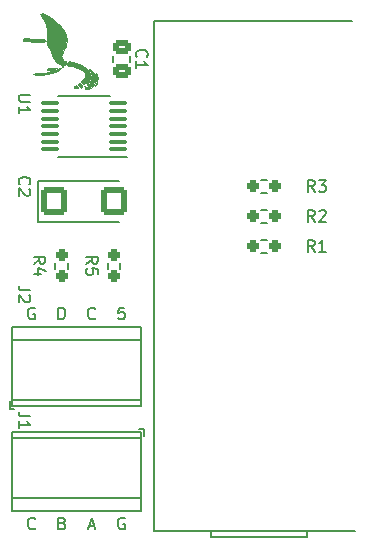
<source format=gto>
G04 #@! TF.GenerationSoftware,KiCad,Pcbnew,7.0.2*
G04 #@! TF.CreationDate,2023-04-27T12:09:37-07:00*
G04 #@! TF.ProjectId,Flamingo Nano 33 BLE Rev 2,466c616d-696e-4676-9f20-4e616e6f2033,rev?*
G04 #@! TF.SameCoordinates,Original*
G04 #@! TF.FileFunction,Legend,Top*
G04 #@! TF.FilePolarity,Positive*
%FSLAX46Y46*%
G04 Gerber Fmt 4.6, Leading zero omitted, Abs format (unit mm)*
G04 Created by KiCad (PCBNEW 7.0.2) date 2023-04-27 12:09:37*
%MOMM*%
%LPD*%
G01*
G04 APERTURE LIST*
G04 Aperture macros list*
%AMRoundRect*
0 Rectangle with rounded corners*
0 $1 Rounding radius*
0 $2 $3 $4 $5 $6 $7 $8 $9 X,Y pos of 4 corners*
0 Add a 4 corners polygon primitive as box body*
4,1,4,$2,$3,$4,$5,$6,$7,$8,$9,$2,$3,0*
0 Add four circle primitives for the rounded corners*
1,1,$1+$1,$2,$3*
1,1,$1+$1,$4,$5*
1,1,$1+$1,$6,$7*
1,1,$1+$1,$8,$9*
0 Add four rect primitives between the rounded corners*
20,1,$1+$1,$2,$3,$4,$5,0*
20,1,$1+$1,$4,$5,$6,$7,0*
20,1,$1+$1,$6,$7,$8,$9,0*
20,1,$1+$1,$8,$9,$2,$3,0*%
G04 Aperture macros list end*
%ADD10C,0.153000*%
%ADD11C,0.010000*%
%ADD12C,0.150000*%
%ADD13RoundRect,0.237500X0.250000X0.237500X-0.250000X0.237500X-0.250000X-0.237500X0.250000X-0.237500X0*%
%ADD14RoundRect,0.237500X-0.237500X0.250000X-0.237500X-0.250000X0.237500X-0.250000X0.237500X0.250000X0*%
%ADD15RoundRect,0.250000X-0.875000X-0.925000X0.875000X-0.925000X0.875000X0.925000X-0.875000X0.925000X0*%
%ADD16R,2.100000X2.100000*%
%ADD17C,2.100000*%
%ADD18C,1.727200*%
%ADD19R,1.727200X1.727200*%
%ADD20RoundRect,0.250000X-0.475000X0.337500X-0.475000X-0.337500X0.475000X-0.337500X0.475000X0.337500X0*%
%ADD21RoundRect,0.100000X0.637500X0.100000X-0.637500X0.100000X-0.637500X-0.100000X0.637500X-0.100000X0*%
G04 APERTURE END LIST*
D10*
G04 #@! TO.C,R3*
X105878333Y-67772619D02*
X105545000Y-67296428D01*
X105306905Y-67772619D02*
X105306905Y-66772619D01*
X105306905Y-66772619D02*
X105687857Y-66772619D01*
X105687857Y-66772619D02*
X105783095Y-66820238D01*
X105783095Y-66820238D02*
X105830714Y-66867857D01*
X105830714Y-66867857D02*
X105878333Y-66963095D01*
X105878333Y-66963095D02*
X105878333Y-67105952D01*
X105878333Y-67105952D02*
X105830714Y-67201190D01*
X105830714Y-67201190D02*
X105783095Y-67248809D01*
X105783095Y-67248809D02*
X105687857Y-67296428D01*
X105687857Y-67296428D02*
X105306905Y-67296428D01*
X106211667Y-66772619D02*
X106830714Y-66772619D01*
X106830714Y-66772619D02*
X106497381Y-67153571D01*
X106497381Y-67153571D02*
X106640238Y-67153571D01*
X106640238Y-67153571D02*
X106735476Y-67201190D01*
X106735476Y-67201190D02*
X106783095Y-67248809D01*
X106783095Y-67248809D02*
X106830714Y-67344047D01*
X106830714Y-67344047D02*
X106830714Y-67582142D01*
X106830714Y-67582142D02*
X106783095Y-67677380D01*
X106783095Y-67677380D02*
X106735476Y-67725000D01*
X106735476Y-67725000D02*
X106640238Y-67772619D01*
X106640238Y-67772619D02*
X106354524Y-67772619D01*
X106354524Y-67772619D02*
X106259286Y-67725000D01*
X106259286Y-67725000D02*
X106211667Y-67677380D01*
G04 #@! TO.C,R4*
X82087380Y-73850833D02*
X82563571Y-73517500D01*
X82087380Y-73279405D02*
X83087380Y-73279405D01*
X83087380Y-73279405D02*
X83087380Y-73660357D01*
X83087380Y-73660357D02*
X83039761Y-73755595D01*
X83039761Y-73755595D02*
X82992142Y-73803214D01*
X82992142Y-73803214D02*
X82896904Y-73850833D01*
X82896904Y-73850833D02*
X82754047Y-73850833D01*
X82754047Y-73850833D02*
X82658809Y-73803214D01*
X82658809Y-73803214D02*
X82611190Y-73755595D01*
X82611190Y-73755595D02*
X82563571Y-73660357D01*
X82563571Y-73660357D02*
X82563571Y-73279405D01*
X82754047Y-74707976D02*
X82087380Y-74707976D01*
X83135000Y-74469881D02*
X82420714Y-74231786D01*
X82420714Y-74231786D02*
X82420714Y-74850833D01*
G04 #@! TO.C,C2*
X80912619Y-67143333D02*
X80865000Y-67095714D01*
X80865000Y-67095714D02*
X80817380Y-66952857D01*
X80817380Y-66952857D02*
X80817380Y-66857619D01*
X80817380Y-66857619D02*
X80865000Y-66714762D01*
X80865000Y-66714762D02*
X80960238Y-66619524D01*
X80960238Y-66619524D02*
X81055476Y-66571905D01*
X81055476Y-66571905D02*
X81245952Y-66524286D01*
X81245952Y-66524286D02*
X81388809Y-66524286D01*
X81388809Y-66524286D02*
X81579285Y-66571905D01*
X81579285Y-66571905D02*
X81674523Y-66619524D01*
X81674523Y-66619524D02*
X81769761Y-66714762D01*
X81769761Y-66714762D02*
X81817380Y-66857619D01*
X81817380Y-66857619D02*
X81817380Y-66952857D01*
X81817380Y-66952857D02*
X81769761Y-67095714D01*
X81769761Y-67095714D02*
X81722142Y-67143333D01*
X81722142Y-67524286D02*
X81769761Y-67571905D01*
X81769761Y-67571905D02*
X81817380Y-67667143D01*
X81817380Y-67667143D02*
X81817380Y-67905238D01*
X81817380Y-67905238D02*
X81769761Y-68000476D01*
X81769761Y-68000476D02*
X81722142Y-68048095D01*
X81722142Y-68048095D02*
X81626904Y-68095714D01*
X81626904Y-68095714D02*
X81531666Y-68095714D01*
X81531666Y-68095714D02*
X81388809Y-68048095D01*
X81388809Y-68048095D02*
X80817380Y-67476667D01*
X80817380Y-67476667D02*
X80817380Y-68095714D01*
G04 #@! TO.C,R5*
X86532380Y-73850833D02*
X87008571Y-73517500D01*
X86532380Y-73279405D02*
X87532380Y-73279405D01*
X87532380Y-73279405D02*
X87532380Y-73660357D01*
X87532380Y-73660357D02*
X87484761Y-73755595D01*
X87484761Y-73755595D02*
X87437142Y-73803214D01*
X87437142Y-73803214D02*
X87341904Y-73850833D01*
X87341904Y-73850833D02*
X87199047Y-73850833D01*
X87199047Y-73850833D02*
X87103809Y-73803214D01*
X87103809Y-73803214D02*
X87056190Y-73755595D01*
X87056190Y-73755595D02*
X87008571Y-73660357D01*
X87008571Y-73660357D02*
X87008571Y-73279405D01*
X87532380Y-74755595D02*
X87532380Y-74279405D01*
X87532380Y-74279405D02*
X87056190Y-74231786D01*
X87056190Y-74231786D02*
X87103809Y-74279405D01*
X87103809Y-74279405D02*
X87151428Y-74374643D01*
X87151428Y-74374643D02*
X87151428Y-74612738D01*
X87151428Y-74612738D02*
X87103809Y-74707976D01*
X87103809Y-74707976D02*
X87056190Y-74755595D01*
X87056190Y-74755595D02*
X86960952Y-74803214D01*
X86960952Y-74803214D02*
X86722857Y-74803214D01*
X86722857Y-74803214D02*
X86627619Y-74755595D01*
X86627619Y-74755595D02*
X86580000Y-74707976D01*
X86580000Y-74707976D02*
X86532380Y-74612738D01*
X86532380Y-74612738D02*
X86532380Y-74374643D01*
X86532380Y-74374643D02*
X86580000Y-74279405D01*
X86580000Y-74279405D02*
X86627619Y-74231786D01*
G04 #@! TO.C,R2*
X105878333Y-70312619D02*
X105545000Y-69836428D01*
X105306905Y-70312619D02*
X105306905Y-69312619D01*
X105306905Y-69312619D02*
X105687857Y-69312619D01*
X105687857Y-69312619D02*
X105783095Y-69360238D01*
X105783095Y-69360238D02*
X105830714Y-69407857D01*
X105830714Y-69407857D02*
X105878333Y-69503095D01*
X105878333Y-69503095D02*
X105878333Y-69645952D01*
X105878333Y-69645952D02*
X105830714Y-69741190D01*
X105830714Y-69741190D02*
X105783095Y-69788809D01*
X105783095Y-69788809D02*
X105687857Y-69836428D01*
X105687857Y-69836428D02*
X105306905Y-69836428D01*
X106259286Y-69407857D02*
X106306905Y-69360238D01*
X106306905Y-69360238D02*
X106402143Y-69312619D01*
X106402143Y-69312619D02*
X106640238Y-69312619D01*
X106640238Y-69312619D02*
X106735476Y-69360238D01*
X106735476Y-69360238D02*
X106783095Y-69407857D01*
X106783095Y-69407857D02*
X106830714Y-69503095D01*
X106830714Y-69503095D02*
X106830714Y-69598333D01*
X106830714Y-69598333D02*
X106783095Y-69741190D01*
X106783095Y-69741190D02*
X106211667Y-70312619D01*
X106211667Y-70312619D02*
X106830714Y-70312619D01*
G04 #@! TO.C,J2*
X81817380Y-76120666D02*
X81103095Y-76120666D01*
X81103095Y-76120666D02*
X80960238Y-76073047D01*
X80960238Y-76073047D02*
X80865000Y-75977809D01*
X80865000Y-75977809D02*
X80817380Y-75834952D01*
X80817380Y-75834952D02*
X80817380Y-75739714D01*
X81722142Y-76549238D02*
X81769761Y-76596857D01*
X81769761Y-76596857D02*
X81817380Y-76692095D01*
X81817380Y-76692095D02*
X81817380Y-76930190D01*
X81817380Y-76930190D02*
X81769761Y-77025428D01*
X81769761Y-77025428D02*
X81722142Y-77073047D01*
X81722142Y-77073047D02*
X81626904Y-77120666D01*
X81626904Y-77120666D02*
X81531666Y-77120666D01*
X81531666Y-77120666D02*
X81388809Y-77073047D01*
X81388809Y-77073047D02*
X80817380Y-76501619D01*
X80817380Y-76501619D02*
X80817380Y-77120666D01*
X82176904Y-77615238D02*
X82081666Y-77567619D01*
X82081666Y-77567619D02*
X81938809Y-77567619D01*
X81938809Y-77567619D02*
X81795952Y-77615238D01*
X81795952Y-77615238D02*
X81700714Y-77710476D01*
X81700714Y-77710476D02*
X81653095Y-77805714D01*
X81653095Y-77805714D02*
X81605476Y-77996190D01*
X81605476Y-77996190D02*
X81605476Y-78139047D01*
X81605476Y-78139047D02*
X81653095Y-78329523D01*
X81653095Y-78329523D02*
X81700714Y-78424761D01*
X81700714Y-78424761D02*
X81795952Y-78520000D01*
X81795952Y-78520000D02*
X81938809Y-78567619D01*
X81938809Y-78567619D02*
X82034047Y-78567619D01*
X82034047Y-78567619D02*
X82176904Y-78520000D01*
X82176904Y-78520000D02*
X82224523Y-78472380D01*
X82224523Y-78472380D02*
X82224523Y-78139047D01*
X82224523Y-78139047D02*
X82034047Y-78139047D01*
X87304523Y-78472380D02*
X87256904Y-78520000D01*
X87256904Y-78520000D02*
X87114047Y-78567619D01*
X87114047Y-78567619D02*
X87018809Y-78567619D01*
X87018809Y-78567619D02*
X86875952Y-78520000D01*
X86875952Y-78520000D02*
X86780714Y-78424761D01*
X86780714Y-78424761D02*
X86733095Y-78329523D01*
X86733095Y-78329523D02*
X86685476Y-78139047D01*
X86685476Y-78139047D02*
X86685476Y-77996190D01*
X86685476Y-77996190D02*
X86733095Y-77805714D01*
X86733095Y-77805714D02*
X86780714Y-77710476D01*
X86780714Y-77710476D02*
X86875952Y-77615238D01*
X86875952Y-77615238D02*
X87018809Y-77567619D01*
X87018809Y-77567619D02*
X87114047Y-77567619D01*
X87114047Y-77567619D02*
X87256904Y-77615238D01*
X87256904Y-77615238D02*
X87304523Y-77662857D01*
X89773095Y-77567619D02*
X89296905Y-77567619D01*
X89296905Y-77567619D02*
X89249286Y-78043809D01*
X89249286Y-78043809D02*
X89296905Y-77996190D01*
X89296905Y-77996190D02*
X89392143Y-77948571D01*
X89392143Y-77948571D02*
X89630238Y-77948571D01*
X89630238Y-77948571D02*
X89725476Y-77996190D01*
X89725476Y-77996190D02*
X89773095Y-78043809D01*
X89773095Y-78043809D02*
X89820714Y-78139047D01*
X89820714Y-78139047D02*
X89820714Y-78377142D01*
X89820714Y-78377142D02*
X89773095Y-78472380D01*
X89773095Y-78472380D02*
X89725476Y-78520000D01*
X89725476Y-78520000D02*
X89630238Y-78567619D01*
X89630238Y-78567619D02*
X89392143Y-78567619D01*
X89392143Y-78567619D02*
X89296905Y-78520000D01*
X89296905Y-78520000D02*
X89249286Y-78472380D01*
X84193095Y-78567619D02*
X84193095Y-77567619D01*
X84193095Y-77567619D02*
X84431190Y-77567619D01*
X84431190Y-77567619D02*
X84574047Y-77615238D01*
X84574047Y-77615238D02*
X84669285Y-77710476D01*
X84669285Y-77710476D02*
X84716904Y-77805714D01*
X84716904Y-77805714D02*
X84764523Y-77996190D01*
X84764523Y-77996190D02*
X84764523Y-78139047D01*
X84764523Y-78139047D02*
X84716904Y-78329523D01*
X84716904Y-78329523D02*
X84669285Y-78424761D01*
X84669285Y-78424761D02*
X84574047Y-78520000D01*
X84574047Y-78520000D02*
X84431190Y-78567619D01*
X84431190Y-78567619D02*
X84193095Y-78567619D01*
G04 #@! TO.C,R1*
X105878333Y-72852619D02*
X105545000Y-72376428D01*
X105306905Y-72852619D02*
X105306905Y-71852619D01*
X105306905Y-71852619D02*
X105687857Y-71852619D01*
X105687857Y-71852619D02*
X105783095Y-71900238D01*
X105783095Y-71900238D02*
X105830714Y-71947857D01*
X105830714Y-71947857D02*
X105878333Y-72043095D01*
X105878333Y-72043095D02*
X105878333Y-72185952D01*
X105878333Y-72185952D02*
X105830714Y-72281190D01*
X105830714Y-72281190D02*
X105783095Y-72328809D01*
X105783095Y-72328809D02*
X105687857Y-72376428D01*
X105687857Y-72376428D02*
X105306905Y-72376428D01*
X106830714Y-72852619D02*
X106259286Y-72852619D01*
X106545000Y-72852619D02*
X106545000Y-71852619D01*
X106545000Y-71852619D02*
X106449762Y-71995476D01*
X106449762Y-71995476D02*
X106354524Y-72090714D01*
X106354524Y-72090714D02*
X106259286Y-72138333D01*
G04 #@! TO.C,C1*
X90847619Y-56348333D02*
X90800000Y-56300714D01*
X90800000Y-56300714D02*
X90752380Y-56157857D01*
X90752380Y-56157857D02*
X90752380Y-56062619D01*
X90752380Y-56062619D02*
X90800000Y-55919762D01*
X90800000Y-55919762D02*
X90895238Y-55824524D01*
X90895238Y-55824524D02*
X90990476Y-55776905D01*
X90990476Y-55776905D02*
X91180952Y-55729286D01*
X91180952Y-55729286D02*
X91323809Y-55729286D01*
X91323809Y-55729286D02*
X91514285Y-55776905D01*
X91514285Y-55776905D02*
X91609523Y-55824524D01*
X91609523Y-55824524D02*
X91704761Y-55919762D01*
X91704761Y-55919762D02*
X91752380Y-56062619D01*
X91752380Y-56062619D02*
X91752380Y-56157857D01*
X91752380Y-56157857D02*
X91704761Y-56300714D01*
X91704761Y-56300714D02*
X91657142Y-56348333D01*
X90752380Y-57300714D02*
X90752380Y-56729286D01*
X90752380Y-57015000D02*
X91752380Y-57015000D01*
X91752380Y-57015000D02*
X91609523Y-56919762D01*
X91609523Y-56919762D02*
X91514285Y-56824524D01*
X91514285Y-56824524D02*
X91466666Y-56729286D01*
G04 #@! TO.C,U1*
X81817380Y-59563095D02*
X81007857Y-59563095D01*
X81007857Y-59563095D02*
X80912619Y-59610714D01*
X80912619Y-59610714D02*
X80865000Y-59658333D01*
X80865000Y-59658333D02*
X80817380Y-59753571D01*
X80817380Y-59753571D02*
X80817380Y-59944047D01*
X80817380Y-59944047D02*
X80865000Y-60039285D01*
X80865000Y-60039285D02*
X80912619Y-60086904D01*
X80912619Y-60086904D02*
X81007857Y-60134523D01*
X81007857Y-60134523D02*
X81817380Y-60134523D01*
X80817380Y-61134523D02*
X80817380Y-60563095D01*
X80817380Y-60848809D02*
X81817380Y-60848809D01*
X81817380Y-60848809D02*
X81674523Y-60753571D01*
X81674523Y-60753571D02*
X81579285Y-60658333D01*
X81579285Y-60658333D02*
X81531666Y-60563095D01*
G04 #@! TO.C,J1*
X81817380Y-86788666D02*
X81103095Y-86788666D01*
X81103095Y-86788666D02*
X80960238Y-86741047D01*
X80960238Y-86741047D02*
X80865000Y-86645809D01*
X80865000Y-86645809D02*
X80817380Y-86502952D01*
X80817380Y-86502952D02*
X80817380Y-86407714D01*
X80817380Y-87788666D02*
X80817380Y-87217238D01*
X80817380Y-87502952D02*
X81817380Y-87502952D01*
X81817380Y-87502952D02*
X81674523Y-87407714D01*
X81674523Y-87407714D02*
X81579285Y-87312476D01*
X81579285Y-87312476D02*
X81531666Y-87217238D01*
X82224523Y-96252380D02*
X82176904Y-96300000D01*
X82176904Y-96300000D02*
X82034047Y-96347619D01*
X82034047Y-96347619D02*
X81938809Y-96347619D01*
X81938809Y-96347619D02*
X81795952Y-96300000D01*
X81795952Y-96300000D02*
X81700714Y-96204761D01*
X81700714Y-96204761D02*
X81653095Y-96109523D01*
X81653095Y-96109523D02*
X81605476Y-95919047D01*
X81605476Y-95919047D02*
X81605476Y-95776190D01*
X81605476Y-95776190D02*
X81653095Y-95585714D01*
X81653095Y-95585714D02*
X81700714Y-95490476D01*
X81700714Y-95490476D02*
X81795952Y-95395238D01*
X81795952Y-95395238D02*
X81938809Y-95347619D01*
X81938809Y-95347619D02*
X82034047Y-95347619D01*
X82034047Y-95347619D02*
X82176904Y-95395238D01*
X82176904Y-95395238D02*
X82224523Y-95442857D01*
X86756905Y-96061904D02*
X87233095Y-96061904D01*
X86661667Y-96347619D02*
X86995000Y-95347619D01*
X86995000Y-95347619D02*
X87328333Y-96347619D01*
X89796904Y-95395238D02*
X89701666Y-95347619D01*
X89701666Y-95347619D02*
X89558809Y-95347619D01*
X89558809Y-95347619D02*
X89415952Y-95395238D01*
X89415952Y-95395238D02*
X89320714Y-95490476D01*
X89320714Y-95490476D02*
X89273095Y-95585714D01*
X89273095Y-95585714D02*
X89225476Y-95776190D01*
X89225476Y-95776190D02*
X89225476Y-95919047D01*
X89225476Y-95919047D02*
X89273095Y-96109523D01*
X89273095Y-96109523D02*
X89320714Y-96204761D01*
X89320714Y-96204761D02*
X89415952Y-96300000D01*
X89415952Y-96300000D02*
X89558809Y-96347619D01*
X89558809Y-96347619D02*
X89654047Y-96347619D01*
X89654047Y-96347619D02*
X89796904Y-96300000D01*
X89796904Y-96300000D02*
X89844523Y-96252380D01*
X89844523Y-96252380D02*
X89844523Y-95919047D01*
X89844523Y-95919047D02*
X89654047Y-95919047D01*
X84526428Y-95823809D02*
X84669285Y-95871428D01*
X84669285Y-95871428D02*
X84716904Y-95919047D01*
X84716904Y-95919047D02*
X84764523Y-96014285D01*
X84764523Y-96014285D02*
X84764523Y-96157142D01*
X84764523Y-96157142D02*
X84716904Y-96252380D01*
X84716904Y-96252380D02*
X84669285Y-96300000D01*
X84669285Y-96300000D02*
X84574047Y-96347619D01*
X84574047Y-96347619D02*
X84193095Y-96347619D01*
X84193095Y-96347619D02*
X84193095Y-95347619D01*
X84193095Y-95347619D02*
X84526428Y-95347619D01*
X84526428Y-95347619D02*
X84621666Y-95395238D01*
X84621666Y-95395238D02*
X84669285Y-95442857D01*
X84669285Y-95442857D02*
X84716904Y-95538095D01*
X84716904Y-95538095D02*
X84716904Y-95633333D01*
X84716904Y-95633333D02*
X84669285Y-95728571D01*
X84669285Y-95728571D02*
X84621666Y-95776190D01*
X84621666Y-95776190D02*
X84526428Y-95823809D01*
X84526428Y-95823809D02*
X84193095Y-95823809D01*
G04 #@! TO.C,G\u002A\u002A\u002A*
D11*
X81576026Y-54786959D02*
X81867597Y-54797649D01*
X82076186Y-54806534D01*
X82400061Y-54824184D01*
X82682120Y-54846398D01*
X82899752Y-54870866D01*
X83030349Y-54895275D01*
X83055900Y-54906690D01*
X83097387Y-54973175D01*
X83062659Y-55020449D01*
X82942528Y-55049843D01*
X82727805Y-55062684D01*
X82409305Y-55060301D01*
X82075971Y-55048429D01*
X81724425Y-55032298D01*
X81475975Y-55017240D01*
X81312837Y-55000144D01*
X81217225Y-54977900D01*
X81171356Y-54947398D01*
X81157445Y-54905528D01*
X81156836Y-54887694D01*
X81161700Y-54841735D01*
X81188197Y-54810258D01*
X81254180Y-54791687D01*
X81377505Y-54784446D01*
X81576026Y-54786959D01*
G36*
X81576026Y-54786959D02*
G01*
X81867597Y-54797649D01*
X82076186Y-54806534D01*
X82400061Y-54824184D01*
X82682120Y-54846398D01*
X82899752Y-54870866D01*
X83030349Y-54895275D01*
X83055900Y-54906690D01*
X83097387Y-54973175D01*
X83062659Y-55020449D01*
X82942528Y-55049843D01*
X82727805Y-55062684D01*
X82409305Y-55060301D01*
X82075971Y-55048429D01*
X81724425Y-55032298D01*
X81475975Y-55017240D01*
X81312837Y-55000144D01*
X81217225Y-54977900D01*
X81171356Y-54947398D01*
X81157445Y-54905528D01*
X81156836Y-54887694D01*
X81161700Y-54841735D01*
X81188197Y-54810258D01*
X81254180Y-54791687D01*
X81377505Y-54784446D01*
X81576026Y-54786959D01*
G37*
X84393758Y-57280849D02*
X84406715Y-57308361D01*
X84362316Y-57352524D01*
X84228684Y-57429685D01*
X84028713Y-57527485D01*
X83870589Y-57597734D01*
X83581739Y-57715245D01*
X83350212Y-57789316D01*
X83125738Y-57831766D01*
X82858047Y-57854410D01*
X82757958Y-57859276D01*
X82461700Y-57864194D01*
X82233164Y-57851777D01*
X82096775Y-57823521D01*
X82086072Y-57818183D01*
X82052665Y-57784595D01*
X82102401Y-57763912D01*
X82248926Y-57753488D01*
X82433700Y-57750798D01*
X82955449Y-57723058D01*
X83407896Y-57638750D01*
X83832716Y-57489406D01*
X83924579Y-57447933D01*
X84148193Y-57344523D01*
X84285629Y-57286635D01*
X84359835Y-57267624D01*
X84393758Y-57280849D01*
G36*
X84393758Y-57280849D02*
G01*
X84406715Y-57308361D01*
X84362316Y-57352524D01*
X84228684Y-57429685D01*
X84028713Y-57527485D01*
X83870589Y-57597734D01*
X83581739Y-57715245D01*
X83350212Y-57789316D01*
X83125738Y-57831766D01*
X82858047Y-57854410D01*
X82757958Y-57859276D01*
X82461700Y-57864194D01*
X82233164Y-57851777D01*
X82096775Y-57823521D01*
X82086072Y-57818183D01*
X82052665Y-57784595D01*
X82102401Y-57763912D01*
X82248926Y-57753488D01*
X82433700Y-57750798D01*
X82955449Y-57723058D01*
X83407896Y-57638750D01*
X83832716Y-57489406D01*
X83924579Y-57447933D01*
X84148193Y-57344523D01*
X84285629Y-57286635D01*
X84359835Y-57267624D01*
X84393758Y-57280849D01*
G37*
X82962405Y-52707405D02*
X83182222Y-52811861D01*
X83440413Y-52966001D01*
X83711864Y-53153501D01*
X83971458Y-53358036D01*
X84194082Y-53563281D01*
X84214548Y-53584479D01*
X84512389Y-53929564D01*
X84713692Y-54246654D01*
X84830505Y-54561029D01*
X84874878Y-54897966D01*
X84876121Y-54972394D01*
X84866776Y-55217194D01*
X84828286Y-55399762D01*
X84744970Y-55578067D01*
X84685295Y-55677805D01*
X84542653Y-55920670D01*
X84465836Y-56096839D01*
X84447829Y-56236175D01*
X84481619Y-56368544D01*
X84509051Y-56428208D01*
X84590617Y-56642196D01*
X84586401Y-56808228D01*
X84521752Y-56931150D01*
X84462499Y-56999092D01*
X84399526Y-57006638D01*
X84291292Y-56951639D01*
X84233459Y-56916245D01*
X84003503Y-56746794D01*
X83830964Y-56545324D01*
X83686901Y-56274679D01*
X83633749Y-56146340D01*
X83537712Y-55917491D01*
X83437812Y-55703349D01*
X83375701Y-55585851D01*
X83243313Y-55285122D01*
X83194914Y-54961940D01*
X83225266Y-54580107D01*
X83227855Y-54564240D01*
X83253370Y-54252790D01*
X83217955Y-53947070D01*
X83114633Y-53618635D01*
X82936426Y-53239037D01*
X82874700Y-53124327D01*
X82772788Y-52933601D01*
X82699144Y-52785634D01*
X82668850Y-52710815D01*
X82668740Y-52709294D01*
X82720162Y-52677885D01*
X82806076Y-52668959D01*
X82962405Y-52707405D01*
G36*
X82962405Y-52707405D02*
G01*
X83182222Y-52811861D01*
X83440413Y-52966001D01*
X83711864Y-53153501D01*
X83971458Y-53358036D01*
X84194082Y-53563281D01*
X84214548Y-53584479D01*
X84512389Y-53929564D01*
X84713692Y-54246654D01*
X84830505Y-54561029D01*
X84874878Y-54897966D01*
X84876121Y-54972394D01*
X84866776Y-55217194D01*
X84828286Y-55399762D01*
X84744970Y-55578067D01*
X84685295Y-55677805D01*
X84542653Y-55920670D01*
X84465836Y-56096839D01*
X84447829Y-56236175D01*
X84481619Y-56368544D01*
X84509051Y-56428208D01*
X84590617Y-56642196D01*
X84586401Y-56808228D01*
X84521752Y-56931150D01*
X84462499Y-56999092D01*
X84399526Y-57006638D01*
X84291292Y-56951639D01*
X84233459Y-56916245D01*
X84003503Y-56746794D01*
X83830964Y-56545324D01*
X83686901Y-56274679D01*
X83633749Y-56146340D01*
X83537712Y-55917491D01*
X83437812Y-55703349D01*
X83375701Y-55585851D01*
X83243313Y-55285122D01*
X83194914Y-54961940D01*
X83225266Y-54580107D01*
X83227855Y-54564240D01*
X83253370Y-54252790D01*
X83217955Y-53947070D01*
X83114633Y-53618635D01*
X82936426Y-53239037D01*
X82874700Y-53124327D01*
X82772788Y-52933601D01*
X82699144Y-52785634D01*
X82668850Y-52710815D01*
X82668740Y-52709294D01*
X82720162Y-52677885D01*
X82806076Y-52668959D01*
X82962405Y-52707405D01*
G37*
X84029455Y-57274940D02*
X83787550Y-57390790D01*
X83575663Y-57466854D01*
X83391086Y-57488191D01*
X83264615Y-57453815D01*
X83230253Y-57408672D01*
X83257994Y-57332767D01*
X83306131Y-57302839D01*
X83421442Y-57281892D01*
X83605486Y-57270618D01*
X83716901Y-57270045D01*
X84029455Y-57274940D01*
G36*
X84029455Y-57274940D02*
G01*
X83787550Y-57390790D01*
X83575663Y-57466854D01*
X83391086Y-57488191D01*
X83264615Y-57453815D01*
X83230253Y-57408672D01*
X83257994Y-57332767D01*
X83306131Y-57302839D01*
X83421442Y-57281892D01*
X83605486Y-57270618D01*
X83716901Y-57270045D01*
X84029455Y-57274940D01*
G37*
X84599230Y-57118754D02*
X84603978Y-57140628D01*
X84560078Y-57202212D01*
X84543502Y-57204673D01*
X84484598Y-57184040D01*
X84483026Y-57178004D01*
X84525404Y-57126372D01*
X84543502Y-57113959D01*
X84599230Y-57118754D01*
G36*
X84599230Y-57118754D02*
G01*
X84603978Y-57140628D01*
X84560078Y-57202212D01*
X84543502Y-57204673D01*
X84484598Y-57184040D01*
X84483026Y-57178004D01*
X84525404Y-57126372D01*
X84543502Y-57113959D01*
X84599230Y-57118754D01*
G37*
X84835504Y-56695290D02*
X84845883Y-56746156D01*
X84815302Y-56909331D01*
X84737856Y-57009002D01*
X84688222Y-57023245D01*
X84616982Y-56997493D01*
X84612214Y-56977888D01*
X84629245Y-56887392D01*
X84646658Y-56796459D01*
X84698042Y-56697929D01*
X84775273Y-56660599D01*
X84835504Y-56695290D01*
G36*
X84835504Y-56695290D02*
G01*
X84845883Y-56746156D01*
X84815302Y-56909331D01*
X84737856Y-57009002D01*
X84688222Y-57023245D01*
X84616982Y-56997493D01*
X84612214Y-56977888D01*
X84629245Y-56887392D01*
X84646658Y-56796459D01*
X84698042Y-56697929D01*
X84775273Y-56660599D01*
X84835504Y-56695290D01*
G37*
X85224131Y-56741486D02*
X85450571Y-56795633D01*
X85713276Y-56871726D01*
X85974263Y-56958182D01*
X86195550Y-57043424D01*
X86310806Y-57098572D01*
X86558550Y-57291336D01*
X86759037Y-57549178D01*
X86894460Y-57838975D01*
X86947015Y-58127602D01*
X86936415Y-58262404D01*
X86884646Y-58440923D01*
X86808031Y-58509863D01*
X86691235Y-58480221D01*
X86658690Y-58461603D01*
X86557747Y-58419285D01*
X86476497Y-58457578D01*
X86413984Y-58527152D01*
X86319042Y-58620642D01*
X86244050Y-58621660D01*
X86206256Y-58595342D01*
X86128153Y-58495854D01*
X86142892Y-58386116D01*
X86255713Y-58243525D01*
X86297312Y-58202531D01*
X86412992Y-58061031D01*
X86475276Y-57925127D01*
X86478740Y-57896011D01*
X86421818Y-57724464D01*
X86264144Y-57552941D01*
X86025359Y-57393095D01*
X85725102Y-57256583D01*
X85383016Y-57155058D01*
X85163383Y-57115449D01*
X84972517Y-57086001D01*
X84879903Y-57050086D01*
X84863843Y-56985717D01*
X84902637Y-56870908D01*
X84908244Y-56856935D01*
X84990964Y-56751465D01*
X85071936Y-56720864D01*
X85224131Y-56741486D01*
G36*
X85224131Y-56741486D02*
G01*
X85450571Y-56795633D01*
X85713276Y-56871726D01*
X85974263Y-56958182D01*
X86195550Y-57043424D01*
X86310806Y-57098572D01*
X86558550Y-57291336D01*
X86759037Y-57549178D01*
X86894460Y-57838975D01*
X86947015Y-58127602D01*
X86936415Y-58262404D01*
X86884646Y-58440923D01*
X86808031Y-58509863D01*
X86691235Y-58480221D01*
X86658690Y-58461603D01*
X86557747Y-58419285D01*
X86476497Y-58457578D01*
X86413984Y-58527152D01*
X86319042Y-58620642D01*
X86244050Y-58621660D01*
X86206256Y-58595342D01*
X86128153Y-58495854D01*
X86142892Y-58386116D01*
X86255713Y-58243525D01*
X86297312Y-58202531D01*
X86412992Y-58061031D01*
X86475276Y-57925127D01*
X86478740Y-57896011D01*
X86421818Y-57724464D01*
X86264144Y-57552941D01*
X86025359Y-57393095D01*
X85725102Y-57256583D01*
X85383016Y-57155058D01*
X85163383Y-57115449D01*
X84972517Y-57086001D01*
X84879903Y-57050086D01*
X84863843Y-56985717D01*
X84902637Y-56870908D01*
X84908244Y-56856935D01*
X84990964Y-56751465D01*
X85071936Y-56720864D01*
X85224131Y-56741486D01*
G37*
X85787130Y-58780263D02*
X85874568Y-58893820D01*
X85851286Y-58977598D01*
X85727233Y-59010056D01*
X85682088Y-59007672D01*
X85524444Y-58966469D01*
X85467878Y-58894808D01*
X85520539Y-58809735D01*
X85571788Y-58776952D01*
X85699516Y-58739152D01*
X85787130Y-58780263D01*
G36*
X85787130Y-58780263D02*
G01*
X85874568Y-58893820D01*
X85851286Y-58977598D01*
X85727233Y-59010056D01*
X85682088Y-59007672D01*
X85524444Y-58966469D01*
X85467878Y-58894808D01*
X85520539Y-58809735D01*
X85571788Y-58776952D01*
X85699516Y-58739152D01*
X85787130Y-58780263D01*
G37*
X86014187Y-58576536D02*
X86112998Y-58655446D01*
X86192376Y-58763971D01*
X86216012Y-58862602D01*
X86213171Y-58872445D01*
X86135710Y-58950045D01*
X86028202Y-58936721D01*
X85936582Y-58841506D01*
X85877767Y-58680651D01*
X85911916Y-58581871D01*
X85932249Y-58566751D01*
X86014187Y-58576536D01*
G36*
X86014187Y-58576536D02*
G01*
X86112998Y-58655446D01*
X86192376Y-58763971D01*
X86216012Y-58862602D01*
X86213171Y-58872445D01*
X86135710Y-58950045D01*
X86028202Y-58936721D01*
X85936582Y-58841506D01*
X85877767Y-58680651D01*
X85911916Y-58581871D01*
X85932249Y-58566751D01*
X86014187Y-58576536D01*
G37*
X86418264Y-58807293D02*
X86388026Y-58837531D01*
X86357788Y-58807293D01*
X86388026Y-58777054D01*
X86418264Y-58807293D01*
G36*
X86418264Y-58807293D02*
G01*
X86388026Y-58837531D01*
X86357788Y-58807293D01*
X86388026Y-58777054D01*
X86418264Y-58807293D01*
G37*
X86854217Y-57354807D02*
X86984209Y-57463170D01*
X87059603Y-57539860D01*
X87260774Y-57824164D01*
X87355302Y-58127996D01*
X87337886Y-58431643D01*
X87317494Y-58499369D01*
X87192237Y-58722378D01*
X87000196Y-58917285D01*
X86779299Y-59051349D01*
X86632080Y-59091042D01*
X86483088Y-59076351D01*
X86429723Y-59011176D01*
X86476638Y-58924740D01*
X86594946Y-58857834D01*
X86801785Y-58720004D01*
X86942489Y-58503802D01*
X87011255Y-58235686D01*
X87002281Y-57942116D01*
X86909764Y-57649550D01*
X86874613Y-57582650D01*
X86793648Y-57415881D01*
X86788773Y-57339488D01*
X86854217Y-57354807D01*
G36*
X86854217Y-57354807D02*
G01*
X86984209Y-57463170D01*
X87059603Y-57539860D01*
X87260774Y-57824164D01*
X87355302Y-58127996D01*
X87337886Y-58431643D01*
X87317494Y-58499369D01*
X87192237Y-58722378D01*
X87000196Y-58917285D01*
X86779299Y-59051349D01*
X86632080Y-59091042D01*
X86483088Y-59076351D01*
X86429723Y-59011176D01*
X86476638Y-58924740D01*
X86594946Y-58857834D01*
X86801785Y-58720004D01*
X86942489Y-58503802D01*
X87011255Y-58235686D01*
X87002281Y-57942116D01*
X86909764Y-57649550D01*
X86874613Y-57582650D01*
X86793648Y-57415881D01*
X86788773Y-57339488D01*
X86854217Y-57354807D01*
G37*
X86623197Y-58510696D02*
X86707823Y-58589983D01*
X86707709Y-58694274D01*
X86660169Y-58746816D01*
X86604318Y-58744842D01*
X86599693Y-58725094D01*
X86579603Y-58620204D01*
X86562721Y-58569648D01*
X86558369Y-58501608D01*
X86623197Y-58510696D01*
G36*
X86623197Y-58510696D02*
G01*
X86707823Y-58589983D01*
X86707709Y-58694274D01*
X86660169Y-58746816D01*
X86604318Y-58744842D01*
X86599693Y-58725094D01*
X86579603Y-58620204D01*
X86562721Y-58569648D01*
X86558369Y-58501608D01*
X86623197Y-58510696D01*
G37*
X87426170Y-57778022D02*
X87452242Y-57811187D01*
X87490376Y-57942007D01*
X87499164Y-58143876D01*
X87482541Y-58372509D01*
X87444445Y-58583624D01*
X87388812Y-58732936D01*
X87367850Y-58760530D01*
X87289688Y-58817797D01*
X87270406Y-58789450D01*
X87311644Y-58696428D01*
X87357568Y-58629424D01*
X87421856Y-58469967D01*
X87444045Y-58253858D01*
X87422236Y-58038521D01*
X87380983Y-57921232D01*
X87345924Y-57809771D01*
X87367039Y-57752687D01*
X87426170Y-57778022D01*
G36*
X87426170Y-57778022D02*
G01*
X87452242Y-57811187D01*
X87490376Y-57942007D01*
X87499164Y-58143876D01*
X87482541Y-58372509D01*
X87444445Y-58583624D01*
X87388812Y-58732936D01*
X87367850Y-58760530D01*
X87289688Y-58817797D01*
X87270406Y-58789450D01*
X87311644Y-58696428D01*
X87357568Y-58629424D01*
X87421856Y-58469967D01*
X87444045Y-58253858D01*
X87422236Y-58038521D01*
X87380983Y-57921232D01*
X87345924Y-57809771D01*
X87367039Y-57752687D01*
X87426170Y-57778022D01*
G37*
D12*
G04 #@! TO.C,R3*
X101854724Y-67832500D02*
X101345276Y-67832500D01*
X101854724Y-66787500D02*
X101345276Y-66787500D01*
G04 #@! TO.C,R4*
X84977500Y-73762776D02*
X84977500Y-74272224D01*
X83932500Y-73762776D02*
X83932500Y-74272224D01*
G04 #@! TO.C,C2*
X82425000Y-66870000D02*
X82425000Y-70290000D01*
X82425000Y-70290000D02*
X89360000Y-70290000D01*
X89360000Y-66870000D02*
X82425000Y-66870000D01*
G04 #@! TO.C,R5*
X89422500Y-73762776D02*
X89422500Y-74272224D01*
X88377500Y-73762776D02*
X88377500Y-74272224D01*
G04 #@! TO.C,R2*
X101854724Y-70372500D02*
X101345276Y-70372500D01*
X101854724Y-69327500D02*
X101345276Y-69327500D01*
G04 #@! TO.C,J2*
X80055000Y-85520000D02*
X80055000Y-86160000D01*
X80055000Y-86160000D02*
X80455000Y-86160000D01*
X80295000Y-79180000D02*
X80295000Y-85920000D01*
X80295000Y-79180000D02*
X91156000Y-79180000D01*
X80295000Y-80300000D02*
X91156000Y-80300000D01*
X80295000Y-85400000D02*
X91156000Y-85400000D01*
X80295000Y-85920000D02*
X91156000Y-85920000D01*
X91156000Y-79180000D02*
X91156000Y-85920000D01*
G04 #@! TO.C,R1*
X101854724Y-72912500D02*
X101345276Y-72912500D01*
X101854724Y-71867500D02*
X101345276Y-71867500D01*
G04 #@! TO.C,XA1*
X92297500Y-53310000D02*
X92297500Y-96490000D01*
X92297500Y-53310000D02*
X109061500Y-53310000D01*
X92297500Y-96490000D02*
X109315500Y-96490000D01*
X97123500Y-96490000D02*
X97123500Y-96998000D01*
X97123500Y-96998000D02*
X105251500Y-96998000D01*
X105251500Y-96998000D02*
X105251500Y-96490000D01*
G04 #@! TO.C,C1*
X90270000Y-56253748D02*
X90270000Y-56776252D01*
X88800000Y-56253748D02*
X88800000Y-56776252D01*
G04 #@! TO.C,U1*
X86360000Y-64840000D02*
X89960000Y-64840000D01*
X86360000Y-64840000D02*
X84160000Y-64840000D01*
X86360000Y-59620000D02*
X88560000Y-59620000D01*
X86360000Y-59620000D02*
X84160000Y-59620000D01*
G04 #@! TO.C,J1*
X91395000Y-88470000D02*
X91395000Y-87830000D01*
X91395000Y-87830000D02*
X90995000Y-87830000D01*
X91155000Y-94810000D02*
X91155000Y-88070000D01*
X91155000Y-94810000D02*
X80294000Y-94810000D01*
X91155000Y-93690000D02*
X80294000Y-93690000D01*
X91155000Y-88590000D02*
X80294000Y-88590000D01*
X91155000Y-88070000D02*
X80294000Y-88070000D01*
X80294000Y-94810000D02*
X80294000Y-88070000D01*
G04 #@! TD*
%LPC*%
D13*
G04 #@! TO.C,R3*
X102512500Y-67310000D03*
X100687500Y-67310000D03*
G04 #@! TD*
D14*
G04 #@! TO.C,R4*
X84455000Y-73105000D03*
X84455000Y-74930000D03*
G04 #@! TD*
D15*
G04 #@! TO.C,C2*
X83810000Y-68580000D03*
X88910000Y-68580000D03*
G04 #@! TD*
D14*
G04 #@! TO.C,R5*
X88900000Y-73105000D03*
X88900000Y-74930000D03*
G04 #@! TD*
D13*
G04 #@! TO.C,R2*
X102512500Y-69850000D03*
X100687500Y-69850000D03*
G04 #@! TD*
D16*
G04 #@! TO.C,J2*
X81915000Y-82550000D03*
D17*
X84455000Y-82550000D03*
X86995000Y-82550000D03*
X89535000Y-82550000D03*
G04 #@! TD*
D13*
G04 #@! TO.C,R1*
X102512500Y-72390000D03*
X100687500Y-72390000D03*
G04 #@! TD*
D18*
G04 #@! TO.C,XA1*
X108807500Y-90140000D03*
X108807500Y-64740000D03*
X108807500Y-85060000D03*
X108807500Y-82520000D03*
X108807500Y-79980000D03*
X108807500Y-77440000D03*
X108807500Y-74900000D03*
X108807500Y-72360000D03*
X108807500Y-69820000D03*
X108807500Y-67280000D03*
X108807500Y-87600000D03*
X93567500Y-59660000D03*
X93567500Y-57120000D03*
X93567500Y-67280000D03*
X93567500Y-69820000D03*
X93567500Y-72360000D03*
X93567500Y-74900000D03*
X93567500Y-77440000D03*
X93567500Y-79980000D03*
X93567500Y-82520000D03*
X93567500Y-85060000D03*
X93567500Y-87600000D03*
X93567500Y-90140000D03*
X93567500Y-92680000D03*
X108807500Y-92680000D03*
D19*
X93567500Y-64740000D03*
X108807500Y-59660000D03*
D18*
X93567500Y-62200000D03*
X108807500Y-62200000D03*
X108807500Y-57120000D03*
G04 #@! TD*
D20*
G04 #@! TO.C,C1*
X89535000Y-55477500D03*
X89535000Y-57552500D03*
G04 #@! TD*
D21*
G04 #@! TO.C,U1*
X89222500Y-64180000D03*
X89222500Y-63530000D03*
X89222500Y-62880000D03*
X89222500Y-62230000D03*
X89222500Y-61580000D03*
X89222500Y-60930000D03*
X89222500Y-60280000D03*
X83497500Y-60280000D03*
X83497500Y-60930000D03*
X83497500Y-61580000D03*
X83497500Y-62230000D03*
X83497500Y-62880000D03*
X83497500Y-63530000D03*
X83497500Y-64180000D03*
G04 #@! TD*
D16*
G04 #@! TO.C,J1*
X89535000Y-91440000D03*
D17*
X86995000Y-91440000D03*
X84455000Y-91440000D03*
X81915000Y-91440000D03*
G04 #@! TD*
%LPD*%
M02*

</source>
